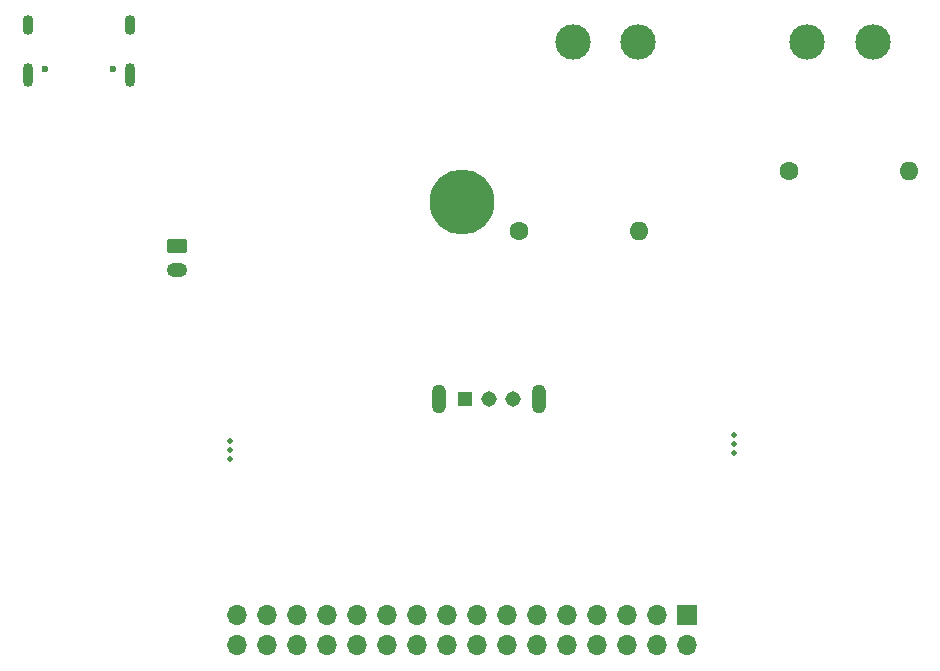
<source format=gbr>
%TF.GenerationSoftware,KiCad,Pcbnew,9.0.0*%
%TF.CreationDate,2025-03-28T11:23:17+02:00*%
%TF.ProjectId,PCBDesign1,50434244-6573-4696-976e-312e6b696361,rev?*%
%TF.SameCoordinates,Original*%
%TF.FileFunction,Soldermask,Bot*%
%TF.FilePolarity,Negative*%
%FSLAX46Y46*%
G04 Gerber Fmt 4.6, Leading zero omitted, Abs format (unit mm)*
G04 Created by KiCad (PCBNEW 9.0.0) date 2025-03-28 11:23:17*
%MOMM*%
%LPD*%
G01*
G04 APERTURE LIST*
G04 Aperture macros list*
%AMRoundRect*
0 Rectangle with rounded corners*
0 $1 Rounding radius*
0 $2 $3 $4 $5 $6 $7 $8 $9 X,Y pos of 4 corners*
0 Add a 4 corners polygon primitive as box body*
4,1,4,$2,$3,$4,$5,$6,$7,$8,$9,$2,$3,0*
0 Add four circle primitives for the rounded corners*
1,1,$1+$1,$2,$3*
1,1,$1+$1,$4,$5*
1,1,$1+$1,$6,$7*
1,1,$1+$1,$8,$9*
0 Add four rect primitives between the rounded corners*
20,1,$1+$1,$2,$3,$4,$5,0*
20,1,$1+$1,$4,$5,$6,$7,0*
20,1,$1+$1,$6,$7,$8,$9,0*
20,1,$1+$1,$8,$9,$2,$3,0*%
G04 Aperture macros list end*
%ADD10R,1.700000X1.700000*%
%ADD11O,1.700000X1.700000*%
%ADD12C,0.499999*%
%ADD13C,1.600000*%
%ADD14O,1.600000X1.600000*%
%ADD15RoundRect,0.250000X-0.625000X0.350000X-0.625000X-0.350000X0.625000X-0.350000X0.625000X0.350000X0*%
%ADD16O,1.750000X1.200000*%
%ADD17C,3.000000*%
%ADD18O,3.000000X3.000000*%
%ADD19C,3.600000*%
%ADD20C,5.500000*%
%ADD21R,1.308000X1.308000*%
%ADD22C,1.308000*%
%ADD23O,1.230000X2.460000*%
%ADD24C,0.600000*%
%ADD25O,0.900000X2.000000*%
%ADD26O,0.900000X1.700000*%
G04 APERTURE END LIST*
D10*
%TO.C,J2*%
X152400000Y-137160000D03*
D11*
X152400000Y-139700000D03*
X149860000Y-137160000D03*
X149860000Y-139700000D03*
X147320000Y-137160000D03*
X147320000Y-139700000D03*
X144780000Y-137160000D03*
X144780000Y-139700000D03*
X142240000Y-137160000D03*
X142240000Y-139700000D03*
X139700000Y-137160000D03*
X139700000Y-139700000D03*
X137160000Y-137160000D03*
X137160000Y-139700000D03*
X134620000Y-137160000D03*
X134620000Y-139700000D03*
X132080000Y-137160000D03*
X132080000Y-139700000D03*
X129540000Y-137160000D03*
X129540000Y-139700000D03*
X127000000Y-137160000D03*
X127000000Y-139700000D03*
X124460000Y-137160000D03*
X124460000Y-139700000D03*
X121920000Y-137160000D03*
X121920000Y-139700000D03*
X119380000Y-137160000D03*
X119380000Y-139700000D03*
X116840000Y-137160000D03*
X116840000Y-139700000D03*
X114300000Y-137160000D03*
X114300000Y-139700000D03*
%TD*%
D12*
%TO.C,U5*%
X113725998Y-122459999D03*
X113725998Y-123210000D03*
X113725998Y-123960001D03*
%TD*%
D13*
%TO.C,L1*%
X138176000Y-104648000D03*
D14*
X148336000Y-104648000D03*
%TD*%
D15*
%TO.C,J3*%
X109220000Y-105950000D03*
D16*
X109220000Y-107950000D03*
%TD*%
D12*
%TO.C,U6*%
X156398004Y-123436001D03*
X156398004Y-122686000D03*
X156398004Y-121935999D03*
%TD*%
D17*
%TO.C,R15*%
X142748000Y-88646000D03*
D18*
X148298000Y-88646000D03*
X162598000Y-88646000D03*
X168148000Y-88646000D03*
%TD*%
D19*
%TO.C,H2*%
X133350000Y-102235000D03*
D20*
X133350000Y-102235000D03*
%TD*%
D21*
%TO.C,S1*%
X133668000Y-118872000D03*
D22*
X135668000Y-118872000D03*
X137668000Y-118872000D03*
D23*
X131468000Y-118872000D03*
X139868000Y-118872000D03*
%TD*%
D24*
%TO.C,J4*%
X103824000Y-90932000D03*
X98044000Y-90932000D03*
D25*
X105259000Y-91422000D03*
X96609000Y-91422000D03*
D26*
X105259000Y-87252000D03*
X96609000Y-87252000D03*
%TD*%
D13*
%TO.C,L2*%
X161036000Y-99568000D03*
D14*
X171196000Y-99568000D03*
%TD*%
M02*

</source>
